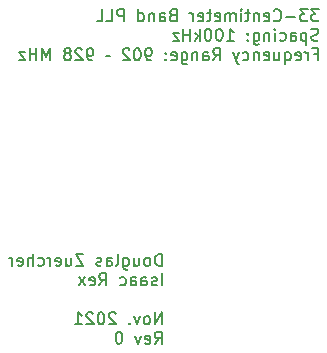
<source format=gbr>
%TF.GenerationSoftware,KiCad,Pcbnew,(5.1.6-0-10_14)*%
%TF.CreationDate,2021-11-28T10:34:50-06:00*%
%TF.ProjectId,EE514 Project,45453531-3420-4507-926f-6a6563742e6b,rev?*%
%TF.SameCoordinates,Original*%
%TF.FileFunction,Legend,Bot*%
%TF.FilePolarity,Positive*%
%FSLAX46Y46*%
G04 Gerber Fmt 4.6, Leading zero omitted, Abs format (unit mm)*
G04 Created by KiCad (PCBNEW (5.1.6-0-10_14)) date 2021-11-28 10:34:50*
%MOMM*%
%LPD*%
G01*
G04 APERTURE LIST*
%ADD10C,0.150000*%
G04 APERTURE END LIST*
D10*
X139364404Y-117040380D02*
X139364404Y-116040380D01*
X139126309Y-116040380D01*
X138983452Y-116088000D01*
X138888214Y-116183238D01*
X138840595Y-116278476D01*
X138792976Y-116468952D01*
X138792976Y-116611809D01*
X138840595Y-116802285D01*
X138888214Y-116897523D01*
X138983452Y-116992761D01*
X139126309Y-117040380D01*
X139364404Y-117040380D01*
X138221547Y-117040380D02*
X138316785Y-116992761D01*
X138364404Y-116945142D01*
X138412023Y-116849904D01*
X138412023Y-116564190D01*
X138364404Y-116468952D01*
X138316785Y-116421333D01*
X138221547Y-116373714D01*
X138078690Y-116373714D01*
X137983452Y-116421333D01*
X137935833Y-116468952D01*
X137888214Y-116564190D01*
X137888214Y-116849904D01*
X137935833Y-116945142D01*
X137983452Y-116992761D01*
X138078690Y-117040380D01*
X138221547Y-117040380D01*
X137031071Y-116373714D02*
X137031071Y-117040380D01*
X137459642Y-116373714D02*
X137459642Y-116897523D01*
X137412023Y-116992761D01*
X137316785Y-117040380D01*
X137173928Y-117040380D01*
X137078690Y-116992761D01*
X137031071Y-116945142D01*
X136126309Y-116373714D02*
X136126309Y-117183238D01*
X136173928Y-117278476D01*
X136221547Y-117326095D01*
X136316785Y-117373714D01*
X136459642Y-117373714D01*
X136554880Y-117326095D01*
X136126309Y-116992761D02*
X136221547Y-117040380D01*
X136412023Y-117040380D01*
X136507261Y-116992761D01*
X136554880Y-116945142D01*
X136602500Y-116849904D01*
X136602500Y-116564190D01*
X136554880Y-116468952D01*
X136507261Y-116421333D01*
X136412023Y-116373714D01*
X136221547Y-116373714D01*
X136126309Y-116421333D01*
X135507261Y-117040380D02*
X135602500Y-116992761D01*
X135650119Y-116897523D01*
X135650119Y-116040380D01*
X134697738Y-117040380D02*
X134697738Y-116516571D01*
X134745357Y-116421333D01*
X134840595Y-116373714D01*
X135031071Y-116373714D01*
X135126309Y-116421333D01*
X134697738Y-116992761D02*
X134792976Y-117040380D01*
X135031071Y-117040380D01*
X135126309Y-116992761D01*
X135173928Y-116897523D01*
X135173928Y-116802285D01*
X135126309Y-116707047D01*
X135031071Y-116659428D01*
X134792976Y-116659428D01*
X134697738Y-116611809D01*
X134269166Y-116992761D02*
X134173928Y-117040380D01*
X133983452Y-117040380D01*
X133888214Y-116992761D01*
X133840595Y-116897523D01*
X133840595Y-116849904D01*
X133888214Y-116754666D01*
X133983452Y-116707047D01*
X134126309Y-116707047D01*
X134221547Y-116659428D01*
X134269166Y-116564190D01*
X134269166Y-116516571D01*
X134221547Y-116421333D01*
X134126309Y-116373714D01*
X133983452Y-116373714D01*
X133888214Y-116421333D01*
X132745357Y-116040380D02*
X132078690Y-116040380D01*
X132745357Y-117040380D01*
X132078690Y-117040380D01*
X131269166Y-116373714D02*
X131269166Y-117040380D01*
X131697738Y-116373714D02*
X131697738Y-116897523D01*
X131650119Y-116992761D01*
X131554880Y-117040380D01*
X131412023Y-117040380D01*
X131316785Y-116992761D01*
X131269166Y-116945142D01*
X130412023Y-116992761D02*
X130507261Y-117040380D01*
X130697738Y-117040380D01*
X130792976Y-116992761D01*
X130840595Y-116897523D01*
X130840595Y-116516571D01*
X130792976Y-116421333D01*
X130697738Y-116373714D01*
X130507261Y-116373714D01*
X130412023Y-116421333D01*
X130364404Y-116516571D01*
X130364404Y-116611809D01*
X130840595Y-116707047D01*
X129935833Y-117040380D02*
X129935833Y-116373714D01*
X129935833Y-116564190D02*
X129888214Y-116468952D01*
X129840595Y-116421333D01*
X129745357Y-116373714D01*
X129650119Y-116373714D01*
X128888214Y-116992761D02*
X128983452Y-117040380D01*
X129173928Y-117040380D01*
X129269166Y-116992761D01*
X129316785Y-116945142D01*
X129364404Y-116849904D01*
X129364404Y-116564190D01*
X129316785Y-116468952D01*
X129269166Y-116421333D01*
X129173928Y-116373714D01*
X128983452Y-116373714D01*
X128888214Y-116421333D01*
X128459642Y-117040380D02*
X128459642Y-116040380D01*
X128031071Y-117040380D02*
X128031071Y-116516571D01*
X128078690Y-116421333D01*
X128173928Y-116373714D01*
X128316785Y-116373714D01*
X128412023Y-116421333D01*
X128459642Y-116468952D01*
X127173928Y-116992761D02*
X127269166Y-117040380D01*
X127459642Y-117040380D01*
X127554880Y-116992761D01*
X127602500Y-116897523D01*
X127602500Y-116516571D01*
X127554880Y-116421333D01*
X127459642Y-116373714D01*
X127269166Y-116373714D01*
X127173928Y-116421333D01*
X127126309Y-116516571D01*
X127126309Y-116611809D01*
X127602500Y-116707047D01*
X126697738Y-117040380D02*
X126697738Y-116373714D01*
X126697738Y-116564190D02*
X126650119Y-116468952D01*
X126602500Y-116421333D01*
X126507261Y-116373714D01*
X126412023Y-116373714D01*
X139364404Y-118690380D02*
X139364404Y-117690380D01*
X138935833Y-118642761D02*
X138840595Y-118690380D01*
X138650119Y-118690380D01*
X138554880Y-118642761D01*
X138507261Y-118547523D01*
X138507261Y-118499904D01*
X138554880Y-118404666D01*
X138650119Y-118357047D01*
X138792976Y-118357047D01*
X138888214Y-118309428D01*
X138935833Y-118214190D01*
X138935833Y-118166571D01*
X138888214Y-118071333D01*
X138792976Y-118023714D01*
X138650119Y-118023714D01*
X138554880Y-118071333D01*
X137650119Y-118690380D02*
X137650119Y-118166571D01*
X137697738Y-118071333D01*
X137792976Y-118023714D01*
X137983452Y-118023714D01*
X138078690Y-118071333D01*
X137650119Y-118642761D02*
X137745357Y-118690380D01*
X137983452Y-118690380D01*
X138078690Y-118642761D01*
X138126309Y-118547523D01*
X138126309Y-118452285D01*
X138078690Y-118357047D01*
X137983452Y-118309428D01*
X137745357Y-118309428D01*
X137650119Y-118261809D01*
X136745357Y-118690380D02*
X136745357Y-118166571D01*
X136792976Y-118071333D01*
X136888214Y-118023714D01*
X137078690Y-118023714D01*
X137173928Y-118071333D01*
X136745357Y-118642761D02*
X136840595Y-118690380D01*
X137078690Y-118690380D01*
X137173928Y-118642761D01*
X137221547Y-118547523D01*
X137221547Y-118452285D01*
X137173928Y-118357047D01*
X137078690Y-118309428D01*
X136840595Y-118309428D01*
X136745357Y-118261809D01*
X135840595Y-118642761D02*
X135935833Y-118690380D01*
X136126309Y-118690380D01*
X136221547Y-118642761D01*
X136269166Y-118595142D01*
X136316785Y-118499904D01*
X136316785Y-118214190D01*
X136269166Y-118118952D01*
X136221547Y-118071333D01*
X136126309Y-118023714D01*
X135935833Y-118023714D01*
X135840595Y-118071333D01*
X134078690Y-118690380D02*
X134412023Y-118214190D01*
X134650119Y-118690380D02*
X134650119Y-117690380D01*
X134269166Y-117690380D01*
X134173928Y-117738000D01*
X134126309Y-117785619D01*
X134078690Y-117880857D01*
X134078690Y-118023714D01*
X134126309Y-118118952D01*
X134173928Y-118166571D01*
X134269166Y-118214190D01*
X134650119Y-118214190D01*
X133269166Y-118642761D02*
X133364404Y-118690380D01*
X133554880Y-118690380D01*
X133650119Y-118642761D01*
X133697738Y-118547523D01*
X133697738Y-118166571D01*
X133650119Y-118071333D01*
X133554880Y-118023714D01*
X133364404Y-118023714D01*
X133269166Y-118071333D01*
X133221547Y-118166571D01*
X133221547Y-118261809D01*
X133697738Y-118357047D01*
X132888214Y-118690380D02*
X132364404Y-118023714D01*
X132888214Y-118023714D02*
X132364404Y-118690380D01*
X139364404Y-121990380D02*
X139364404Y-120990380D01*
X138792976Y-121990380D01*
X138792976Y-120990380D01*
X138173928Y-121990380D02*
X138269166Y-121942761D01*
X138316785Y-121895142D01*
X138364404Y-121799904D01*
X138364404Y-121514190D01*
X138316785Y-121418952D01*
X138269166Y-121371333D01*
X138173928Y-121323714D01*
X138031071Y-121323714D01*
X137935833Y-121371333D01*
X137888214Y-121418952D01*
X137840595Y-121514190D01*
X137840595Y-121799904D01*
X137888214Y-121895142D01*
X137935833Y-121942761D01*
X138031071Y-121990380D01*
X138173928Y-121990380D01*
X137507261Y-121323714D02*
X137269166Y-121990380D01*
X137031071Y-121323714D01*
X136650119Y-121895142D02*
X136602500Y-121942761D01*
X136650119Y-121990380D01*
X136697738Y-121942761D01*
X136650119Y-121895142D01*
X136650119Y-121990380D01*
X135459642Y-121085619D02*
X135412023Y-121038000D01*
X135316785Y-120990380D01*
X135078690Y-120990380D01*
X134983452Y-121038000D01*
X134935833Y-121085619D01*
X134888214Y-121180857D01*
X134888214Y-121276095D01*
X134935833Y-121418952D01*
X135507261Y-121990380D01*
X134888214Y-121990380D01*
X134269166Y-120990380D02*
X134173928Y-120990380D01*
X134078690Y-121038000D01*
X134031071Y-121085619D01*
X133983452Y-121180857D01*
X133935833Y-121371333D01*
X133935833Y-121609428D01*
X133983452Y-121799904D01*
X134031071Y-121895142D01*
X134078690Y-121942761D01*
X134173928Y-121990380D01*
X134269166Y-121990380D01*
X134364404Y-121942761D01*
X134412023Y-121895142D01*
X134459642Y-121799904D01*
X134507261Y-121609428D01*
X134507261Y-121371333D01*
X134459642Y-121180857D01*
X134412023Y-121085619D01*
X134364404Y-121038000D01*
X134269166Y-120990380D01*
X133554880Y-121085619D02*
X133507261Y-121038000D01*
X133412023Y-120990380D01*
X133173928Y-120990380D01*
X133078690Y-121038000D01*
X133031071Y-121085619D01*
X132983452Y-121180857D01*
X132983452Y-121276095D01*
X133031071Y-121418952D01*
X133602500Y-121990380D01*
X132983452Y-121990380D01*
X132031071Y-121990380D02*
X132602500Y-121990380D01*
X132316785Y-121990380D02*
X132316785Y-120990380D01*
X132412023Y-121133238D01*
X132507261Y-121228476D01*
X132602500Y-121276095D01*
X138792976Y-123640380D02*
X139126309Y-123164190D01*
X139364404Y-123640380D02*
X139364404Y-122640380D01*
X138983452Y-122640380D01*
X138888214Y-122688000D01*
X138840595Y-122735619D01*
X138792976Y-122830857D01*
X138792976Y-122973714D01*
X138840595Y-123068952D01*
X138888214Y-123116571D01*
X138983452Y-123164190D01*
X139364404Y-123164190D01*
X137983452Y-123592761D02*
X138078690Y-123640380D01*
X138269166Y-123640380D01*
X138364404Y-123592761D01*
X138412023Y-123497523D01*
X138412023Y-123116571D01*
X138364404Y-123021333D01*
X138269166Y-122973714D01*
X138078690Y-122973714D01*
X137983452Y-123021333D01*
X137935833Y-123116571D01*
X137935833Y-123211809D01*
X138412023Y-123307047D01*
X137602500Y-122973714D02*
X137364404Y-123640380D01*
X137126309Y-122973714D01*
X135792976Y-122640380D02*
X135697738Y-122640380D01*
X135602500Y-122688000D01*
X135554880Y-122735619D01*
X135507261Y-122830857D01*
X135459642Y-123021333D01*
X135459642Y-123259428D01*
X135507261Y-123449904D01*
X135554880Y-123545142D01*
X135602500Y-123592761D01*
X135697738Y-123640380D01*
X135792976Y-123640380D01*
X135888214Y-123592761D01*
X135935833Y-123545142D01*
X135983452Y-123449904D01*
X136031071Y-123259428D01*
X136031071Y-123021333D01*
X135983452Y-122830857D01*
X135935833Y-122735619D01*
X135888214Y-122688000D01*
X135792976Y-122640380D01*
X152667642Y-95338380D02*
X152048595Y-95338380D01*
X152381928Y-95719333D01*
X152239071Y-95719333D01*
X152143833Y-95766952D01*
X152096214Y-95814571D01*
X152048595Y-95909809D01*
X152048595Y-96147904D01*
X152096214Y-96243142D01*
X152143833Y-96290761D01*
X152239071Y-96338380D01*
X152524785Y-96338380D01*
X152620023Y-96290761D01*
X152667642Y-96243142D01*
X151715261Y-95338380D02*
X151096214Y-95338380D01*
X151429547Y-95719333D01*
X151286690Y-95719333D01*
X151191452Y-95766952D01*
X151143833Y-95814571D01*
X151096214Y-95909809D01*
X151096214Y-96147904D01*
X151143833Y-96243142D01*
X151191452Y-96290761D01*
X151286690Y-96338380D01*
X151572404Y-96338380D01*
X151667642Y-96290761D01*
X151715261Y-96243142D01*
X150667642Y-95957428D02*
X149905738Y-95957428D01*
X148858119Y-96243142D02*
X148905738Y-96290761D01*
X149048595Y-96338380D01*
X149143833Y-96338380D01*
X149286690Y-96290761D01*
X149381928Y-96195523D01*
X149429547Y-96100285D01*
X149477166Y-95909809D01*
X149477166Y-95766952D01*
X149429547Y-95576476D01*
X149381928Y-95481238D01*
X149286690Y-95386000D01*
X149143833Y-95338380D01*
X149048595Y-95338380D01*
X148905738Y-95386000D01*
X148858119Y-95433619D01*
X148048595Y-96290761D02*
X148143833Y-96338380D01*
X148334309Y-96338380D01*
X148429547Y-96290761D01*
X148477166Y-96195523D01*
X148477166Y-95814571D01*
X148429547Y-95719333D01*
X148334309Y-95671714D01*
X148143833Y-95671714D01*
X148048595Y-95719333D01*
X148000976Y-95814571D01*
X148000976Y-95909809D01*
X148477166Y-96005047D01*
X147572404Y-95671714D02*
X147572404Y-96338380D01*
X147572404Y-95766952D02*
X147524785Y-95719333D01*
X147429547Y-95671714D01*
X147286690Y-95671714D01*
X147191452Y-95719333D01*
X147143833Y-95814571D01*
X147143833Y-96338380D01*
X146810500Y-95671714D02*
X146429547Y-95671714D01*
X146667642Y-95338380D02*
X146667642Y-96195523D01*
X146620023Y-96290761D01*
X146524785Y-96338380D01*
X146429547Y-96338380D01*
X146096214Y-96338380D02*
X146096214Y-95671714D01*
X146096214Y-95338380D02*
X146143833Y-95386000D01*
X146096214Y-95433619D01*
X146048595Y-95386000D01*
X146096214Y-95338380D01*
X146096214Y-95433619D01*
X145620023Y-96338380D02*
X145620023Y-95671714D01*
X145620023Y-95766952D02*
X145572404Y-95719333D01*
X145477166Y-95671714D01*
X145334309Y-95671714D01*
X145239071Y-95719333D01*
X145191452Y-95814571D01*
X145191452Y-96338380D01*
X145191452Y-95814571D02*
X145143833Y-95719333D01*
X145048595Y-95671714D01*
X144905738Y-95671714D01*
X144810500Y-95719333D01*
X144762880Y-95814571D01*
X144762880Y-96338380D01*
X143905738Y-96290761D02*
X144000976Y-96338380D01*
X144191452Y-96338380D01*
X144286690Y-96290761D01*
X144334309Y-96195523D01*
X144334309Y-95814571D01*
X144286690Y-95719333D01*
X144191452Y-95671714D01*
X144000976Y-95671714D01*
X143905738Y-95719333D01*
X143858119Y-95814571D01*
X143858119Y-95909809D01*
X144334309Y-96005047D01*
X143572404Y-95671714D02*
X143191452Y-95671714D01*
X143429547Y-95338380D02*
X143429547Y-96195523D01*
X143381928Y-96290761D01*
X143286690Y-96338380D01*
X143191452Y-96338380D01*
X142477166Y-96290761D02*
X142572404Y-96338380D01*
X142762880Y-96338380D01*
X142858119Y-96290761D01*
X142905738Y-96195523D01*
X142905738Y-95814571D01*
X142858119Y-95719333D01*
X142762880Y-95671714D01*
X142572404Y-95671714D01*
X142477166Y-95719333D01*
X142429547Y-95814571D01*
X142429547Y-95909809D01*
X142905738Y-96005047D01*
X142000976Y-96338380D02*
X142000976Y-95671714D01*
X142000976Y-95862190D02*
X141953357Y-95766952D01*
X141905738Y-95719333D01*
X141810500Y-95671714D01*
X141715261Y-95671714D01*
X140286690Y-95814571D02*
X140143833Y-95862190D01*
X140096214Y-95909809D01*
X140048595Y-96005047D01*
X140048595Y-96147904D01*
X140096214Y-96243142D01*
X140143833Y-96290761D01*
X140239071Y-96338380D01*
X140620023Y-96338380D01*
X140620023Y-95338380D01*
X140286690Y-95338380D01*
X140191452Y-95386000D01*
X140143833Y-95433619D01*
X140096214Y-95528857D01*
X140096214Y-95624095D01*
X140143833Y-95719333D01*
X140191452Y-95766952D01*
X140286690Y-95814571D01*
X140620023Y-95814571D01*
X139191452Y-96338380D02*
X139191452Y-95814571D01*
X139239071Y-95719333D01*
X139334309Y-95671714D01*
X139524785Y-95671714D01*
X139620023Y-95719333D01*
X139191452Y-96290761D02*
X139286690Y-96338380D01*
X139524785Y-96338380D01*
X139620023Y-96290761D01*
X139667642Y-96195523D01*
X139667642Y-96100285D01*
X139620023Y-96005047D01*
X139524785Y-95957428D01*
X139286690Y-95957428D01*
X139191452Y-95909809D01*
X138715261Y-95671714D02*
X138715261Y-96338380D01*
X138715261Y-95766952D02*
X138667642Y-95719333D01*
X138572404Y-95671714D01*
X138429547Y-95671714D01*
X138334309Y-95719333D01*
X138286690Y-95814571D01*
X138286690Y-96338380D01*
X137381928Y-96338380D02*
X137381928Y-95338380D01*
X137381928Y-96290761D02*
X137477166Y-96338380D01*
X137667642Y-96338380D01*
X137762880Y-96290761D01*
X137810500Y-96243142D01*
X137858119Y-96147904D01*
X137858119Y-95862190D01*
X137810500Y-95766952D01*
X137762880Y-95719333D01*
X137667642Y-95671714D01*
X137477166Y-95671714D01*
X137381928Y-95719333D01*
X136143833Y-96338380D02*
X136143833Y-95338380D01*
X135762880Y-95338380D01*
X135667642Y-95386000D01*
X135620023Y-95433619D01*
X135572404Y-95528857D01*
X135572404Y-95671714D01*
X135620023Y-95766952D01*
X135667642Y-95814571D01*
X135762880Y-95862190D01*
X136143833Y-95862190D01*
X134667642Y-96338380D02*
X135143833Y-96338380D01*
X135143833Y-95338380D01*
X133858119Y-96338380D02*
X134334309Y-96338380D01*
X134334309Y-95338380D01*
X152620023Y-97940761D02*
X152477166Y-97988380D01*
X152239071Y-97988380D01*
X152143833Y-97940761D01*
X152096214Y-97893142D01*
X152048595Y-97797904D01*
X152048595Y-97702666D01*
X152096214Y-97607428D01*
X152143833Y-97559809D01*
X152239071Y-97512190D01*
X152429547Y-97464571D01*
X152524785Y-97416952D01*
X152572404Y-97369333D01*
X152620023Y-97274095D01*
X152620023Y-97178857D01*
X152572404Y-97083619D01*
X152524785Y-97036000D01*
X152429547Y-96988380D01*
X152191452Y-96988380D01*
X152048595Y-97036000D01*
X151620023Y-97321714D02*
X151620023Y-98321714D01*
X151620023Y-97369333D02*
X151524785Y-97321714D01*
X151334309Y-97321714D01*
X151239071Y-97369333D01*
X151191452Y-97416952D01*
X151143833Y-97512190D01*
X151143833Y-97797904D01*
X151191452Y-97893142D01*
X151239071Y-97940761D01*
X151334309Y-97988380D01*
X151524785Y-97988380D01*
X151620023Y-97940761D01*
X150286690Y-97988380D02*
X150286690Y-97464571D01*
X150334309Y-97369333D01*
X150429547Y-97321714D01*
X150620023Y-97321714D01*
X150715261Y-97369333D01*
X150286690Y-97940761D02*
X150381928Y-97988380D01*
X150620023Y-97988380D01*
X150715261Y-97940761D01*
X150762880Y-97845523D01*
X150762880Y-97750285D01*
X150715261Y-97655047D01*
X150620023Y-97607428D01*
X150381928Y-97607428D01*
X150286690Y-97559809D01*
X149381928Y-97940761D02*
X149477166Y-97988380D01*
X149667642Y-97988380D01*
X149762880Y-97940761D01*
X149810500Y-97893142D01*
X149858119Y-97797904D01*
X149858119Y-97512190D01*
X149810500Y-97416952D01*
X149762880Y-97369333D01*
X149667642Y-97321714D01*
X149477166Y-97321714D01*
X149381928Y-97369333D01*
X148953357Y-97988380D02*
X148953357Y-97321714D01*
X148953357Y-96988380D02*
X149000976Y-97036000D01*
X148953357Y-97083619D01*
X148905738Y-97036000D01*
X148953357Y-96988380D01*
X148953357Y-97083619D01*
X148477166Y-97321714D02*
X148477166Y-97988380D01*
X148477166Y-97416952D02*
X148429547Y-97369333D01*
X148334309Y-97321714D01*
X148191452Y-97321714D01*
X148096214Y-97369333D01*
X148048595Y-97464571D01*
X148048595Y-97988380D01*
X147143833Y-97321714D02*
X147143833Y-98131238D01*
X147191452Y-98226476D01*
X147239071Y-98274095D01*
X147334309Y-98321714D01*
X147477166Y-98321714D01*
X147572404Y-98274095D01*
X147143833Y-97940761D02*
X147239071Y-97988380D01*
X147429547Y-97988380D01*
X147524785Y-97940761D01*
X147572404Y-97893142D01*
X147620023Y-97797904D01*
X147620023Y-97512190D01*
X147572404Y-97416952D01*
X147524785Y-97369333D01*
X147429547Y-97321714D01*
X147239071Y-97321714D01*
X147143833Y-97369333D01*
X146667642Y-97893142D02*
X146620023Y-97940761D01*
X146667642Y-97988380D01*
X146715261Y-97940761D01*
X146667642Y-97893142D01*
X146667642Y-97988380D01*
X146667642Y-97369333D02*
X146620023Y-97416952D01*
X146667642Y-97464571D01*
X146715261Y-97416952D01*
X146667642Y-97369333D01*
X146667642Y-97464571D01*
X144905738Y-97988380D02*
X145477166Y-97988380D01*
X145191452Y-97988380D02*
X145191452Y-96988380D01*
X145286690Y-97131238D01*
X145381928Y-97226476D01*
X145477166Y-97274095D01*
X144286690Y-96988380D02*
X144191452Y-96988380D01*
X144096214Y-97036000D01*
X144048595Y-97083619D01*
X144000976Y-97178857D01*
X143953357Y-97369333D01*
X143953357Y-97607428D01*
X144000976Y-97797904D01*
X144048595Y-97893142D01*
X144096214Y-97940761D01*
X144191452Y-97988380D01*
X144286690Y-97988380D01*
X144381928Y-97940761D01*
X144429547Y-97893142D01*
X144477166Y-97797904D01*
X144524785Y-97607428D01*
X144524785Y-97369333D01*
X144477166Y-97178857D01*
X144429547Y-97083619D01*
X144381928Y-97036000D01*
X144286690Y-96988380D01*
X143334309Y-96988380D02*
X143239071Y-96988380D01*
X143143833Y-97036000D01*
X143096214Y-97083619D01*
X143048595Y-97178857D01*
X143000976Y-97369333D01*
X143000976Y-97607428D01*
X143048595Y-97797904D01*
X143096214Y-97893142D01*
X143143833Y-97940761D01*
X143239071Y-97988380D01*
X143334309Y-97988380D01*
X143429547Y-97940761D01*
X143477166Y-97893142D01*
X143524785Y-97797904D01*
X143572404Y-97607428D01*
X143572404Y-97369333D01*
X143524785Y-97178857D01*
X143477166Y-97083619D01*
X143429547Y-97036000D01*
X143334309Y-96988380D01*
X142572404Y-97988380D02*
X142572404Y-96988380D01*
X142477166Y-97607428D02*
X142191452Y-97988380D01*
X142191452Y-97321714D02*
X142572404Y-97702666D01*
X141762880Y-97988380D02*
X141762880Y-96988380D01*
X141762880Y-97464571D02*
X141191452Y-97464571D01*
X141191452Y-97988380D02*
X141191452Y-96988380D01*
X140810500Y-97321714D02*
X140286690Y-97321714D01*
X140810500Y-97988380D01*
X140286690Y-97988380D01*
X152239071Y-99114571D02*
X152572404Y-99114571D01*
X152572404Y-99638380D02*
X152572404Y-98638380D01*
X152096214Y-98638380D01*
X151715261Y-99638380D02*
X151715261Y-98971714D01*
X151715261Y-99162190D02*
X151667642Y-99066952D01*
X151620023Y-99019333D01*
X151524785Y-98971714D01*
X151429547Y-98971714D01*
X150715261Y-99590761D02*
X150810500Y-99638380D01*
X151000976Y-99638380D01*
X151096214Y-99590761D01*
X151143833Y-99495523D01*
X151143833Y-99114571D01*
X151096214Y-99019333D01*
X151000976Y-98971714D01*
X150810500Y-98971714D01*
X150715261Y-99019333D01*
X150667642Y-99114571D01*
X150667642Y-99209809D01*
X151143833Y-99305047D01*
X149810500Y-98971714D02*
X149810500Y-99971714D01*
X149810500Y-99590761D02*
X149905738Y-99638380D01*
X150096214Y-99638380D01*
X150191452Y-99590761D01*
X150239071Y-99543142D01*
X150286690Y-99447904D01*
X150286690Y-99162190D01*
X150239071Y-99066952D01*
X150191452Y-99019333D01*
X150096214Y-98971714D01*
X149905738Y-98971714D01*
X149810500Y-99019333D01*
X148905738Y-98971714D02*
X148905738Y-99638380D01*
X149334309Y-98971714D02*
X149334309Y-99495523D01*
X149286690Y-99590761D01*
X149191452Y-99638380D01*
X149048595Y-99638380D01*
X148953357Y-99590761D01*
X148905738Y-99543142D01*
X148048595Y-99590761D02*
X148143833Y-99638380D01*
X148334309Y-99638380D01*
X148429547Y-99590761D01*
X148477166Y-99495523D01*
X148477166Y-99114571D01*
X148429547Y-99019333D01*
X148334309Y-98971714D01*
X148143833Y-98971714D01*
X148048595Y-99019333D01*
X148000976Y-99114571D01*
X148000976Y-99209809D01*
X148477166Y-99305047D01*
X147572404Y-98971714D02*
X147572404Y-99638380D01*
X147572404Y-99066952D02*
X147524785Y-99019333D01*
X147429547Y-98971714D01*
X147286690Y-98971714D01*
X147191452Y-99019333D01*
X147143833Y-99114571D01*
X147143833Y-99638380D01*
X146239071Y-99590761D02*
X146334309Y-99638380D01*
X146524785Y-99638380D01*
X146620023Y-99590761D01*
X146667642Y-99543142D01*
X146715261Y-99447904D01*
X146715261Y-99162190D01*
X146667642Y-99066952D01*
X146620023Y-99019333D01*
X146524785Y-98971714D01*
X146334309Y-98971714D01*
X146239071Y-99019333D01*
X145905738Y-98971714D02*
X145667642Y-99638380D01*
X145429547Y-98971714D02*
X145667642Y-99638380D01*
X145762880Y-99876476D01*
X145810500Y-99924095D01*
X145905738Y-99971714D01*
X143715261Y-99638380D02*
X144048595Y-99162190D01*
X144286690Y-99638380D02*
X144286690Y-98638380D01*
X143905738Y-98638380D01*
X143810500Y-98686000D01*
X143762880Y-98733619D01*
X143715261Y-98828857D01*
X143715261Y-98971714D01*
X143762880Y-99066952D01*
X143810500Y-99114571D01*
X143905738Y-99162190D01*
X144286690Y-99162190D01*
X142858119Y-99638380D02*
X142858119Y-99114571D01*
X142905738Y-99019333D01*
X143000976Y-98971714D01*
X143191452Y-98971714D01*
X143286690Y-99019333D01*
X142858119Y-99590761D02*
X142953357Y-99638380D01*
X143191452Y-99638380D01*
X143286690Y-99590761D01*
X143334309Y-99495523D01*
X143334309Y-99400285D01*
X143286690Y-99305047D01*
X143191452Y-99257428D01*
X142953357Y-99257428D01*
X142858119Y-99209809D01*
X142381928Y-98971714D02*
X142381928Y-99638380D01*
X142381928Y-99066952D02*
X142334309Y-99019333D01*
X142239071Y-98971714D01*
X142096214Y-98971714D01*
X142000976Y-99019333D01*
X141953357Y-99114571D01*
X141953357Y-99638380D01*
X141048595Y-98971714D02*
X141048595Y-99781238D01*
X141096214Y-99876476D01*
X141143833Y-99924095D01*
X141239071Y-99971714D01*
X141381928Y-99971714D01*
X141477166Y-99924095D01*
X141048595Y-99590761D02*
X141143833Y-99638380D01*
X141334309Y-99638380D01*
X141429547Y-99590761D01*
X141477166Y-99543142D01*
X141524785Y-99447904D01*
X141524785Y-99162190D01*
X141477166Y-99066952D01*
X141429547Y-99019333D01*
X141334309Y-98971714D01*
X141143833Y-98971714D01*
X141048595Y-99019333D01*
X140191452Y-99590761D02*
X140286690Y-99638380D01*
X140477166Y-99638380D01*
X140572404Y-99590761D01*
X140620023Y-99495523D01*
X140620023Y-99114571D01*
X140572404Y-99019333D01*
X140477166Y-98971714D01*
X140286690Y-98971714D01*
X140191452Y-99019333D01*
X140143833Y-99114571D01*
X140143833Y-99209809D01*
X140620023Y-99305047D01*
X139715261Y-99543142D02*
X139667642Y-99590761D01*
X139715261Y-99638380D01*
X139762880Y-99590761D01*
X139715261Y-99543142D01*
X139715261Y-99638380D01*
X139715261Y-99019333D02*
X139667642Y-99066952D01*
X139715261Y-99114571D01*
X139762880Y-99066952D01*
X139715261Y-99019333D01*
X139715261Y-99114571D01*
X138429547Y-99638380D02*
X138239071Y-99638380D01*
X138143833Y-99590761D01*
X138096214Y-99543142D01*
X138000976Y-99400285D01*
X137953357Y-99209809D01*
X137953357Y-98828857D01*
X138000976Y-98733619D01*
X138048595Y-98686000D01*
X138143833Y-98638380D01*
X138334309Y-98638380D01*
X138429547Y-98686000D01*
X138477166Y-98733619D01*
X138524785Y-98828857D01*
X138524785Y-99066952D01*
X138477166Y-99162190D01*
X138429547Y-99209809D01*
X138334309Y-99257428D01*
X138143833Y-99257428D01*
X138048595Y-99209809D01*
X138000976Y-99162190D01*
X137953357Y-99066952D01*
X137334309Y-98638380D02*
X137239071Y-98638380D01*
X137143833Y-98686000D01*
X137096214Y-98733619D01*
X137048595Y-98828857D01*
X137000976Y-99019333D01*
X137000976Y-99257428D01*
X137048595Y-99447904D01*
X137096214Y-99543142D01*
X137143833Y-99590761D01*
X137239071Y-99638380D01*
X137334309Y-99638380D01*
X137429547Y-99590761D01*
X137477166Y-99543142D01*
X137524785Y-99447904D01*
X137572404Y-99257428D01*
X137572404Y-99019333D01*
X137524785Y-98828857D01*
X137477166Y-98733619D01*
X137429547Y-98686000D01*
X137334309Y-98638380D01*
X136620023Y-98733619D02*
X136572404Y-98686000D01*
X136477166Y-98638380D01*
X136239071Y-98638380D01*
X136143833Y-98686000D01*
X136096214Y-98733619D01*
X136048595Y-98828857D01*
X136048595Y-98924095D01*
X136096214Y-99066952D01*
X136667642Y-99638380D01*
X136048595Y-99638380D01*
X134620023Y-99305047D02*
X135000976Y-99305047D01*
X133477166Y-99638380D02*
X133286690Y-99638380D01*
X133191452Y-99590761D01*
X133143833Y-99543142D01*
X133048595Y-99400285D01*
X133000976Y-99209809D01*
X133000976Y-98828857D01*
X133048595Y-98733619D01*
X133096214Y-98686000D01*
X133191452Y-98638380D01*
X133381928Y-98638380D01*
X133477166Y-98686000D01*
X133524785Y-98733619D01*
X133572404Y-98828857D01*
X133572404Y-99066952D01*
X133524785Y-99162190D01*
X133477166Y-99209809D01*
X133381928Y-99257428D01*
X133191452Y-99257428D01*
X133096214Y-99209809D01*
X133048595Y-99162190D01*
X133000976Y-99066952D01*
X132620023Y-98733619D02*
X132572404Y-98686000D01*
X132477166Y-98638380D01*
X132239071Y-98638380D01*
X132143833Y-98686000D01*
X132096214Y-98733619D01*
X132048595Y-98828857D01*
X132048595Y-98924095D01*
X132096214Y-99066952D01*
X132667642Y-99638380D01*
X132048595Y-99638380D01*
X131477166Y-99066952D02*
X131572404Y-99019333D01*
X131620023Y-98971714D01*
X131667642Y-98876476D01*
X131667642Y-98828857D01*
X131620023Y-98733619D01*
X131572404Y-98686000D01*
X131477166Y-98638380D01*
X131286690Y-98638380D01*
X131191452Y-98686000D01*
X131143833Y-98733619D01*
X131096214Y-98828857D01*
X131096214Y-98876476D01*
X131143833Y-98971714D01*
X131191452Y-99019333D01*
X131286690Y-99066952D01*
X131477166Y-99066952D01*
X131572404Y-99114571D01*
X131620023Y-99162190D01*
X131667642Y-99257428D01*
X131667642Y-99447904D01*
X131620023Y-99543142D01*
X131572404Y-99590761D01*
X131477166Y-99638380D01*
X131286690Y-99638380D01*
X131191452Y-99590761D01*
X131143833Y-99543142D01*
X131096214Y-99447904D01*
X131096214Y-99257428D01*
X131143833Y-99162190D01*
X131191452Y-99114571D01*
X131286690Y-99066952D01*
X129905738Y-99638380D02*
X129905738Y-98638380D01*
X129572404Y-99352666D01*
X129239071Y-98638380D01*
X129239071Y-99638380D01*
X128762880Y-99638380D02*
X128762880Y-98638380D01*
X128762880Y-99114571D02*
X128191452Y-99114571D01*
X128191452Y-99638380D02*
X128191452Y-98638380D01*
X127810500Y-98971714D02*
X127286690Y-98971714D01*
X127810500Y-99638380D01*
X127286690Y-99638380D01*
M02*

</source>
